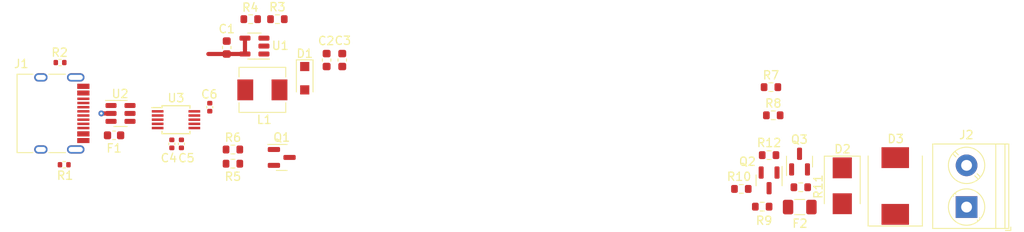
<source format=kicad_pcb>
(kicad_pcb (version 20211014) (generator pcbnew)
  (layers (0 "F.Cu" signal) (31 "B.Cu" power) (34 "B.Paste" user) (35 "F.Paste" user) (36 "B.SilkS" user "B.Silkscreen") (37 "F.SilkS" user "F.Silkscreen") (38 "B.Mask" user) (39 "F.Mask" user) (44 "Edge.Cuts" user))
  (net 0 "")
  (net 1 "GND")
  (net 2 "/CH340_V3")
  (net 3 "+34V")
  (net 4 "/USB_D+")
  (net 5 "/USB_D-")
  (net 6 "/-")
  (net 7 "/+")
  (net 8 "VBUS")
  (net 9 "/USB_FUSE")
  (net 10 "Net-(Q1-Pad1)")
  (net 11 "Net-(Q1-Pad3)")
  (net 12 "Net-(Q2-Pad1)")
  (net 13 "Net-(Q2-Pad3)")
  (net 14 "Net-(D1-Pad2)")
  (net 15 "/USB_CONN_D+")
  (net 16 "/USB_CONN_D-")
  (net 18 "/USB_CC2")
  (net 21 "Net-(R3-Pad2)")
  (net 22 "/UART_TX")
  (net 23 "/UART_RX")
  (net 27 "/USB_CC1")
  (footprint "Package_TO_SOT_SMD:SOT-23" (layer "F.Cu") (at 136.4 82.275 90)
    (fp_text reference "Q3" (at 2.65 -0.025 180) (layer "F.SilkS"))
    (fp_text value "BC807")
    (fp_line (start 0 1.56) (end 0.65 1.56) (layer "F.SilkS") (width 0.12))
    (fp_line (start 0 -1.56) (end 0.65 -1.56) (layer "F.SilkS") (width 0.12))
    (fp_line (start 0 1.56) (end -0.65 1.56) (layer "F.SilkS") (width 0.12))
    (fp_line (start 0 -1.56) (end -1.675 -1.56) (layer "F.SilkS") (width 0.12))
    (pad "1" smd roundrect (at -0.9375 -0.95 90) (size 1.475 0.6) (layers "F.Cu" "F.Paste" "F.Mask") (net 11 "Net-(Q1-Pad3)"))
    (pad "2" smd roundrect (at -0.9375 0.95 90) (size 1.475 0.6) (layers "F.Cu" "F.Paste" "F.Mask") (net 6 "/-"))
    (pad "3" smd roundrect (at 0.9375 0 90) (size 1.475 0.6) (layers "F.Cu" "F.Paste" "F.Mask") (net 12 "Net-(Q2-Pad1)"))
  )
  (footprint "Package_TO_SOT_SMD:SOT-23-5" (layer "F.Cu") (at 71.05625 68.425 180)
    (fp_text reference "U1" (at -3.09375 0.05 180) (layer "F.SilkS"))
    (fp_text value "AP3015")
    (fp_line (start 0 -1.56) (end 0.8 -1.56) (layer "F.SilkS") (width 0.12))
    (fp_line (start 0 -1.56) (end -1.8 -1.56) (layer "F.SilkS") (width 0.12))
    (fp_line (start 0 1.56) (end 0.8 1.56) (layer "F.SilkS") (width 0.12))
    (fp_line (start 0 1.56) (end -0.8 1.56) (layer "F.SilkS") (width 0.12))
    (pad "1" smd roundrect (at -1.1375 -0.95 180) (size 1.325 0.6) (layers "F.Cu" "F.Paste" "F.Mask") (net 14 "Net-(D1-Pad2)"))
    (pad "2" smd roundrect (at -1.1375 0 180) (size 1.325 0.6) (layers "F.Cu" "F.Paste" "F.Mask") (net 1 "GND"))
    (pad "3" smd roundrect (at -1.1375 0.95 180) (size 1.325 0.6) (layers "F.Cu" "F.Paste" "F.Mask") (net 21 "Net-(R3-Pad2)"))
    (pad "4" smd roundrect (at 1.1375 0.95 180) (size 1.325 0.6) (layers "F.Cu" "F.Paste" "F.Mask") (net 8 "VBUS"))
    (pad "5" smd roundrect (at 1.1375 -0.95 180) (size 1.325 0.6) (layers "F.Cu" "F.Paste" "F.Mask") (net 8 "VBUS"))
  )
  (footprint "Capacitor_SMD:C_0402_1005Metric" (layer "F.Cu") (at 65.7 75.75 90)
    (fp_text reference "C6" (at 1.55 -0.05) (layer "F.SilkS"))
    (fp_text value "0.1u")
    (fp_line (start -0.107836 0.36) (end 0.107836 0.36) (layer "F.SilkS") (width 0.12))
    (fp_line (start -0.107836 -0.36) (end 0.107836 -0.36) (layer "F.SilkS") (width 0.12))
    (pad "1" smd roundrect (at -0.48 0 90) (size 0.56 0.62) (layers "F.Cu" "F.Paste" "F.Mask") (net 2 "/CH340_V3"))
    (pad "2" smd roundrect (at 0.48 0 90) (size 0.56 0.62) (layers "F.Cu" "F.Paste" "F.Mask") (net 1 "GND"))
  )
  (footprint "Package_TO_SOT_SMD:SOT-23-6" (layer "F.Cu") (at 55 76.5)
    (fp_text reference "U2" (at -0.05 -2.35) (layer "F.SilkS"))
    (fp_text value "USBLC6-2SC6")
    (fp_line (start 0 -1.56) (end 0.8 -1.56) (layer "F.SilkS") (width 0.12))
    (fp_line (start 0 -1.56) (end -1.8 -1.56) (layer "F.SilkS") (width 0.12))
    (fp_line (start 0 1.56) (end -0.8 1.56) (layer "F.SilkS") (width 0.12))
    (fp_line (start 0 1.56) (end 0.8 1.56) (layer "F.SilkS") (width 0.12))
    (pad "1" smd roundrect (at -1.1375 -0.95) (size 1.325 0.6) (layers "F.Cu" "F.Paste" "F.Mask") (net 15 "/USB_CONN_D+"))
    (pad "2" smd roundrect (at -1.1375 0) (size 1.325 0.6) (layers "F.Cu" "F.Paste" "F.Mask") (net 1 "GND"))
    (pad "3" smd roundrect (at -1.1375 0.95) (size 1.325 0.6) (layers "F.Cu" "F.Paste" "F.Mask") (net 16 "/USB_CONN_D-"))
    (pad "4" smd roundrect (at 1.1375 0.95) (size 1.325 0.6) (layers "F.Cu" "F.Paste" "F.Mask") (net 5 "/USB_D-"))
    (pad "5" smd roundrect (at 1.1375 0) (size 1.325 0.6) (layers "F.Cu" "F.Paste" "F.Mask") (net 8 "VBUS"))
    (pad "6" smd roundrect (at 1.1375 -0.95) (size 1.325 0.6) (layers "F.Cu" "F.Paste" "F.Mask") (net 4 "/USB_D+"))
  )
  (footprint "Resistor_SMD:R_0603_1608Metric" (layer "F.Cu") (at 132.75 81.5 180)
    (fp_text reference "R12" (at 0 1.475) (layer "F.SilkS"))
    (fp_text value "82")
    (fp_line (start -0.237258 0.5225) (end 0.237258 0.5225) (layer "F.SilkS") (width 0.12))
    (fp_line (start -0.237258 -0.5225) (end 0.237258 -0.5225) (layer "F.SilkS") (width 0.12))
    (pad "1" smd roundrect (at -0.825 0 180) (size 0.8 0.95) (layers "F.Cu" "F.Paste" "F.Mask") (net 12 "Net-(Q2-Pad1)"))
    (pad "2" smd roundrect (at 0.825 0 180) (size 0.8 0.95) (layers "F.Cu" "F.Paste" "F.Mask") (net 1 "GND"))
  )
  (footprint "Resistor_SMD:R_0603_1608Metric" (layer "F.Cu") (at 133.25 76.725)
    (fp_text reference "R8" (at 0 -1.43) (layer "F.SilkS"))
    (fp_text value "22k")
    (fp_line (start -0.237258 -0.5225) (end 0.237258 -0.5225) (layer "F.SilkS") (width 0.12))
    (fp_line (start -0.237258 0.5225) (end 0.237258 0.5225) (layer "F.SilkS") (width 0.12))
    (pad "1" smd roundrect (at -0.825 0) (size 0.8 0.95) (layers "F.Cu" "F.Paste" "F.Mask") (net 11 "Net-(Q1-Pad3)"))
    (pad "2" smd roundrect (at 0.825 0) (size 0.8 0.95) (layers "F.Cu" "F.Paste" "F.Mask") (net 1 "GND"))
  )
  (footprint "Resistor_SMD:R_0402_1005Metric" (layer "F.Cu") (at 48.25 82.65 180)
    (fp_text reference "R1" (at -0.1 -1.3) (layer "F.SilkS"))
    (fp_text value "5k1")
    (fp_line (start -0.153641 0.38) (end 0.153641 0.38) (layer "F.SilkS") (width 0.12))
    (fp_line (start -0.153641 -0.38) (end 0.153641 -0.38) (layer "F.SilkS") (width 0.12))
    (pad "1" smd roundrect (at -0.51 0 180) (size 0.54 0.64) (layers "F.Cu" "F.Paste" "F.Mask") (net 1 "GND"))
    (pad "2" smd roundrect (at 0.51 0 180) (size 0.54 0.64) (layers "F.Cu" "F.Paste" "F.Mask") (net 18 "/USB_CC2"))
  )
  (footprint "Inductor_SMD:L_Sunlord_MWSA0518_5.4x5.2mm" (layer "F.Cu") (at 72.00625 73.675)
    (fp_text reference "L1" (at 0.225 3.575 180) (layer "F.SilkS"))
    (fp_text value "10uH")
    (fp_line (start 2.8 -2.7) (end 2.8 -1.55) (layer "F.SilkS") (width 0.12))
    (fp_line (start -2.8 2.7) (end -2.8 1.55) (layer "F.SilkS") (width 0.12))
    (fp_line (start 2.8 2.7) (end 2.8 1.55) (layer "F.SilkS") (width 0.12))
    (fp_line (start -2.8 -2.7) (end 2.8 -2.7) (layer "F.SilkS") (width 0.12))
    (fp_line (start -2.8 -2.7) (end -2.8 -1.55) (layer "F.SilkS") (width 0.12))
    (fp_line (start -2.8 2.7) (end 2.8 2.7) (layer "F.SilkS") (width 0.12))
    (pad "1" smd rect (at -2.05 0) (size 1.9 2.5) (layers "F.Cu" "F.Paste" "F.Mask") (net 8 "VBUS"))
    (pad "2" smd rect (at 2.05 0) (size 1.9 2.5) (layers "F.Cu" "F.Paste" "F.Mask") (net 14 "Net-(D1-Pad2)"))
  )
  (footprint "Resistor_SMD:R_0603_1608Metric" (layer "F.Cu") (at 129.425 85.55 180)
    (fp_text reference "R10" (at 0.275 1.475) (layer "F.SilkS"))
    (fp_text value "4k7")
    (fp_line (start -0.237258 0.5225) (end 0.237258 0.5225) (layer "F.SilkS") (width 0.12))
    (fp_line (start -0.237258 -0.5225) (end 0.237258 -0.5225) (layer "F.SilkS") (width 0.12))
    (pad "1" smd roundrect (at -0.825 0 180) (size 0.8 0.95) (layers "F.Cu" "F.Paste" "F.Mask") (net 13 "Net-(Q2-Pad3)"))
    (pad "2" smd roundrect (at 0.825 0 180) (size 0.8 0.95) (layers "F.Cu" "F.Paste" "F.Mask") (net 1 "GND"))
  )
  (footprint "Fuse:Fuse_1206_3216Metric" (layer "F.Cu") (at 136.425 87.725)
    (fp_text reference "F2" (at 0.025 1.975) (layer "F.SilkS"))
    (fp_text value "nSMD010")
    (fp_line (start -0.602064 0.91) (end 0.602064 0.91) (layer "F.SilkS") (width 0.12))
    (fp_line (start -0.602064 -0.91) (end 0.602064 -0.91) (layer "F.SilkS") (width 0.12))
    (pad "1" smd roundrect (at -1.4 0) (size 1.25 1.75) (layers "F.Cu" "F.Paste" "F.Mask") (roundrect_rratio 0.2) (net 3 "+34V"))
    (pad "2" smd roundrect (at 1.4 0) (size 1.25 1.75) (layers "F.Cu" "F.Paste" "F.Mask") (roundrect_rratio 0.2) (net 7 "/+"))
  )
  (footprint "Capacitor_SMD:C_0402_1005Metric" (layer "F.Cu") (at 61.15 80.15 -90)
    (fp_text reference "C4" (at 1.7 0.35) (layer "F.SilkS"))
    (fp_text value "10u")
    (fp_line (start -0.107836 0.36) (end 0.107836 0.36) (layer "F.SilkS") (width 0.12))
    (fp_line (start -0.107836 -0.36) (end 0.107836 -0.36) (layer "F.SilkS") (width 0.12))
    (pad "1" smd roundrect (at -0.48 0 270) (size 0.56 0.62) (layers "F.Cu" "F.Paste" "F.Mask") (net 8 "VBUS"))
    (pad "2" smd roundrect (at 0.48 0 270) (size 0.56 0.62) (layers "F.Cu" "F.Paste" "F.Mask") (net 1 "GND"))
  )
  (footprint "Fuse:Fuse_0603_1608Metric" (layer "F.Cu") (at 54.225 79.125)
    (fp_text reference "F1" (at 0 1.55) (layer "F.SilkS"))
    (fp_text value "SMD0603-020")
    (fp_line (start -0.162779 -0.51) (end 0.162779 -0.51) (layer "F.SilkS") (width 0.12))
    (fp_line (start -0.162779 0.51) (end 0.162779 0.51) (layer "F.SilkS") (width 0.12))
    (pad "1" smd roundrect (at -0.7875 0) (size 0.875 0.95) (layers "F.Cu" "F.Paste" "F.Mask") (net 9 "/USB_FUSE"))
    (pad "2" smd roundrect (at 0.7875 0) (size 0.875 0.95) (layers "F.Cu" "F.Paste" "F.Mask") (net 8 "VBUS"))
  )
  (footprint "Capacitor_SMD:C_0603_1608Metric" (layer "F.Cu") (at 79.70625 70.1 90)
    (fp_text reference "C2" (at 2.3 -0.05 180) (layer "F.SilkS"))
    (fp_text value "10u")
    (fp_line (start -0.14058 0.51) (end 0.14058 0.51) (layer "F.SilkS") (width 0.12))
    (fp_line (start -0.14058 -0.51) (end 0.14058 -0.51) (layer "F.SilkS") (width 0.12))
    (pad "1" smd roundrect (at -0.775 0 90) (size 0.9 0.95) (layers "F.Cu" "F.Paste" "F.Mask") (net 3 "+34V"))
    (pad "2" smd roundrect (at 0.775 0 90) (size 0.9 0.95) (layers "F.Cu" "F.Paste" "F.Mask") (net 1 "GND"))
  )
  (footprint "Diode_SMD:D_SOD-123F" (layer "F.Cu") (at 77.08125 72.275 -90)
    (fp_text reference "D1" (at -2.95 0 180) (layer "F.SilkS"))
    (fp_text value "SS14")
    (fp_line (start -2.2 -1) (end -2.2 1) (layer "F.SilkS") (width 0.12))
    (fp_line (start -2.2 1) (end 1.65 1) (layer "F.SilkS") (width 0.12))
    (fp_line (start -2.2 -1) (end 1.65 -1) (layer "F.SilkS") (width 0.12))
    (pad "1" smd rect (at -1.4 0 270) (size 1.1 1.1) (layers "F.Cu" "F.Paste" "F.Mask") (net 3 "+34V"))
    (pad "2" smd rect (at 1.4 0 270) (size 1.1 1.1) (layers "F.Cu" "F.Paste" "F.Mask") (net 14 "Net-(D1-Pad2)"))
  )
  (footprint "Resistor_SMD:R_0603_1608Metric" (layer "F.Cu") (at 68.475 80.825)
    (fp_text reference "R6" (at 0 -1.43) (layer "F.SilkS"))
    (fp_text value "2k")
    (fp_line (start -0.237258 0.5225) (end 0.237258 0.5225) (layer "F.SilkS") (width 0.12))
    (fp_line (start -0.237258 -0.5225) (end 0.237258 -0.5225) (layer "F.SilkS") (width 0.12))
    (pad "1" smd roundrect (at -0.825 0) (size 0.8 0.95) (layers "F.Cu" "F.Paste" "F.Mask") (net 23 "/UART_RX"))
    (pad "2" smd roundrect (at 0.825 0) (size 0.8 0.95) (layers "F.Cu" "F.Paste" "F.Mask") (net 10 "Net-(Q1-Pad1)"))
  )
  (footprint "Diode_SMD:D_SMB" (layer "F.Cu") (at 141.525 85.175 -90)
    (fp_text reference "D2" (at -4.4 -0.025 180) (layer "F.SilkS"))
    (fp_text value "SMBJ36CA")
    (fp_line (start -3.55 2.15) (end 2.15 2.15) (layer "F.SilkS") (width 0.12))
    (fp_line (start -3.55 -2.15) (end 2.15 -2.15) (layer "F.SilkS") (width 0.12))
    (fp_line (start -3.55 -2.15) (end -3.55 2.15) (layer "F.SilkS") (width 0.12))
    (pad "1" smd rect (at -2.15 0 270) (size 2.5 2.3) (layers "F.Cu" "F.Paste" "F.Mask") (net 6 "/-"))
    (pad "2" smd rect (at 2.15 0 270) (size 2.5 2.3) (layers "F.Cu" "F.Paste" "F.Mask") (net 7 "/+"))
  )
  (footprint "Resistor_SMD:R_0603_1608Metric" (layer "F.Cu") (at 70.60625 65.2 180)
    (fp_text reference "R4" (at 0.05 1.4) (layer "F.SilkS"))
    (fp_text value "68k")
    (fp_line (start -0.237258 -0.5225) (end 0.237258 -0.5225) (layer "F.SilkS") (width 0.12))
    (fp_line (start -0.237258 0.5225) (end 0.237258 0.5225) (layer "F.SilkS") (width 0.12))
    (pad "1" smd roundrect (at -0.825 0 180) (size 0.8 0.95) (layers "F.Cu" "F.Paste" "F.Mask") (net 21 "Net-(R3-Pad2)"))
    (pad "2" smd roundrect (at 0.825 0 180) (size 0.8 0.95) (layers "F.Cu" "F.Paste" "F.Mask") (net 1 "GND"))
  )
  (footprint "Capacitor_SMD:C_0603_1608Metric" (layer "F.Cu") (at 81.58125 70.1 90)
    (fp_text reference "C3" (at 2.325 0.075 180) (layer "F.SilkS"))
    (fp_text value "1u")
    (fp_line (start -0.14058 0.51) (end 0.14058 0.51) (layer "F.SilkS") (width 0.12))
    (fp_line (start -0.14058 -0.51) (end 0.14058 -0.51) (layer "F.SilkS") (width 0.12))
    (pad "1" smd roundrect (at -0.775 0 90) (size 0.9 0.95) (layers "F.Cu" "F.Paste" "F.Mask") (net 3 "+34V"))
    (pad "2" smd roundrect (at 0.775 0 90) (size 0.9 0.95) (layers "F.Cu" "F.Paste" "F.Mask") (net 1 "GND"))
  )
  (footprint "Resistor_SMD:R_0603_1608Metric" (layer "F.Cu") (at 136.55 85.35)
    (fp_text reference "R11" (at 2.1 -0.075 90) (layer "F.SilkS"))
    (fp_text value "220k")
    (fp_line (start -0.237258 -0.5225) (end 0.237258 -0.5225) (layer "F.SilkS") (width 0.12))
    (fp_line (start -0.237258 0.5225) (end 0.237258 0.5225) (layer "F.SilkS") (width 0.12))
    (pad "1" smd roundrect (at -0.825 0) (size 0.8 0.95) (layers "F.Cu" "F.Paste" "F.Mask") (net 3 "+34V"))
    (pad "2" smd roundrect (at 0.825 0) (size 0.8 0.95) (layers "F.Cu" "F.Paste" "F.Mask") (net 6 "/-"))
  )
  (footprint "TerminalBlock_Phoenix:TerminalBlock_Phoenix_PT-1,5-2-5.0-H_1x02_P5.00mm_Horizontal" (layer "F.Cu") (at 156.425 87.725 90)
    (fp_text reference "J2" (at 8.65 -0.025 180) (layer "F.SilkS"))
    (fp_text value "MBUS")
    (fp_line (start 6.654 -1.388) (end 6.259 -0.992) (layer "F.SilkS") (width 0.12))
    (fp_line (start 3.993 1.274) (end 3.613 1.654) (layer "F.SilkS") (width 0.12))
    (fp_line (start -2.56 4.6) (end 7.56 4.6) (layer "F.SilkS") (width 0.12))
    (fp_line (start -2.56 3.5) (end 7.56 3.5) (layer "F.SilkS") (width 0.12))
    (fp_line (start -2.8 4.66) (end -2.8 5.3) (layer "F.SilkS") (width 0.12))
    (fp_line (start -2.56 5.06) (end 7.56 5.06) (layer "F.SilkS") (width 0.12))
    (fp_line (start 3.742 0.992) (end 3.347 1.388) (layer "F.SilkS") (width 0.12))
    (fp_line (start 1.388 -1.654) (end 1.281 -1.547) (layer "F.SilkS") (width 0.12))
    (fp_line (start -1.282 1.547) (end -1.388 1.654) (layer "F.SilkS") (width 0.12))
    (fp_line (start 7.56 -4.06) (end 7.56 5.06) (layer "F.SilkS") (width 0.12))
    (fp_line (start 1.654 -1.388) (end 1.547 -1.281) (layer "F.SilkS") (width 0.12))
    (fp_line (start -2.56 -4.06) (end -2.56 5.06) (layer "F.SilkS") (width 0.12))
    (fp_line (start -2.8 5.3) (end -2.4 5.3) (layer "F.SilkS") (width 0.12))
    (fp_line (start -2.56 -4.06) (end 7.56 -4.06) (layer "F.SilkS") (width 0.12))
    (fp_line (start -1.548 1.281) (end -1.654 1.388) (layer "F.SilkS") (width 0.12))
    (fp_line (start 6.388 -1.654) (end 6.008 -1.274) (layer "F.SilkS") (width 0.12))
    (fp_circle (center 5 0) (end 7.18 0) (layer "F.SilkS") (width 0.12) (fill none))
    (fp_circle (center 0 0) (end 2.18 0) (layer "F.SilkS") (width 0.12) (fill none))
    (pad "1" thru_hole rect (at 0 0 90) (size 2.6 2.6) (drill 1.3) (layers *.Cu *.Mask) (net 7 "/+"))
    (pad "2" thru_hole circle (at 5 0 90) (size 2.6 2.6) (drill 1.3) (layers *.Cu *.Mask) (net 6 "/-"))
  )
  (footprint "Package_TO_SOT_SMD:SOT-23" (layer "F.Cu") (at 74.325 81.775)
    (fp_text reference "Q1" (at 0 -2.4) (layer "F.SilkS"))
    (fp_text value "BC817")
    (fp_line (start 0 1.56) (end -0.65 1.56) (layer "F.SilkS") (width 0.12))
    (fp_line (start 0 -1.56) (end 0.65 -1.56) (layer "F.SilkS") (width 0.12))
    (fp_line (start 0 1.56) (end 0.65 1.56) (layer "F.SilkS") (width 0.12))
    (fp_line (start 0 -1.56) (end -1.675 -1.56) (layer "F.SilkS") (width 0.12))
    (pad "1" smd roundrect (at -0.9375 -0.95) (size 1.475 0.6) (layers "F.Cu" "F.Paste" "F.Mask") (net 10 "Net-(Q1-Pad1)"))
    (pad "2" smd roundrect (at -0.9375 0.95) (size 1.475 0.6) (layers "F.Cu" "F.Paste" "F.Mask") (net 1 "GND"))
    (pad "3" smd roundrect (at 0.9375 0) (size 1.475 0.6) (layers "F.Cu" "F.Paste" "F.Mask") (net 11 "Net-(Q1-Pad3)"))
  )
  (footprint "Resistor_SMD:R_0603_1608Metric" (layer "F.Cu") (at 132.975 73.35)
    (fp_text reference "R7" (at 0 -1.43) (layer "F.SilkS"))
    (fp_text value "39k")
    (fp_line (start -0.237258 -0.5225) (end 0.237258 -0.5225) (layer "F.SilkS") (width 0.12))
    (fp_line (start -0.237258 0.5225) (end 0.237258 0.5225) (layer "F.SilkS") (width 0.12))
    (pad "1" smd roundrect (at -0.825 0) (size 0.8 0.95) (layers "F.Cu" "F.Paste" "F.Mask") (net 3 "+34V"))
    (pad "2" smd roundrect (at 0.825 0) (size 0.8 0.95) (layers "F.Cu" "F.Paste" "F.Mask") (net 11 "Net-(Q1-Pad3)"))
  )
  (footprint "Capacitor_SMD:C_0402_1005Metric" (layer "F.Cu") (at 62.3 80.15 -90)
    (fp_text reference "C5" (at 1.7 -0.6) (layer "F.SilkS"))
    (fp_text value "0.1u")
    (fp_line (start -0.107836 -0.36) (end 0.107836 -0.36) (layer "F.SilkS") (width 0.12))
    (fp_line (start -0.107836 0.36) (end 0.107836 0.36) (layer "F.SilkS") (width 0.12))
    (pad "1" smd roundrect (at -0.48 0 270) (size 0.56 0.62) (layers "F.Cu" "F.Paste" "F.Mask") (net 8 "VBUS"))
    (pad "2" smd roundrect (at 0.48 0 270) (size 0.56 0.62) (layers "F.Cu" "F.Paste" "F.Mask") (net 1 "GND"))
  )
  (footprint "Package_SO:MSOP-10_3x3mm_P0.5mm" (layer "F.Cu") (at 61.65 77.25)
    (fp_text reference "U3" (at 0 -2.6) (layer "F.SilkS"))
    (fp_text value "CH340E")
    (fp_line (start 1.675 -1.675) (end 1.675 -1.375) (layer "F.SilkS") (width 0.15))
    (fp_line (start -1.675 -1.675) (end 1.675 -1.675) (layer "F.SilkS") (width 0.15))
    (fp_line (start -1.675 1.675) (end 1.675 1.675) (layer "F.SilkS") (width 0.15))
    (fp_line (start -1.675 -1.675) (end -1.675 -1.45) (layer "F.SilkS") (width 0.15))
    (fp_line (start 1.675 1.675) (end 1.675 1.375) (layer "F.SilkS") (width 0.15))
    (fp_line (start -1.675 -1.45) (end -2.9 -1.45) (layer "F.SilkS") (width 0.15))
    (fp_line (start -1.675 1.675) (end -1.675 1.375) (layer "F.SilkS") (width 0.15))
    (pad "1" smd rect (at -2.2 -1) (size 1.4 0.3) (layers "F.Cu" "F.Paste" "F.Mask") (net 4 "/USB_D+"))
    (pad "2" smd rect (at -2.2 -0.5) (size 1.4 0.3) (layers "F.Cu" "F.Paste" "F.Mask") (net 5 "/USB_D-"))
    (pad "3" smd rect (at -2.2 0) (size 1.4 0.3) (layers "F.Cu" "F.Paste" "F.Mask") (net 1 "GND"))
    (pad "4" smd rect (at -2.2 0.5) (size 1.4 0.3) (layers "F.Cu" "F.Paste" "F.Mask"))
    (pad "5" smd rect (at -2.2 1) (size 1.4 0.3) (layers "F.Cu" "F.Paste" "F.Mask"))
    (pad "6" smd rect (at 2.2 1) (size 1.4 0.3) (layers "F.Cu" "F.Paste" "F.Mask"))
    (pad "7" smd rect (at 2.2 0.5) (size 1.4 0.3) (layers "F.Cu" "F.Paste" "F.Mask") (net 8 "VBUS"))
    (pad "8" smd rect (at 2.2 0) (size 1.4 0.3) (layers "F.Cu" "F.Paste" "F.Mask") (net 22 "/UART_TX"))
    (pad "9" smd rect (at 2.2 -0.5) (size 1.4 0.3) (layers "F.Cu" "F.Paste" "F.Mask") (net 23 "/UART_RX"))
    (pad "10" smd rect (at 2.2 -1) (size 1.4 0.3) (layers "F.Cu" "F.Paste" "F.Mask") (net 2 "/CH340_V3"))
  )
  (footprint "Diode_SMD:D_SMC" (layer "F.Cu") (at 147.875 85.2 90)
    (fp_text reference "D3" (at 5.65 0.05 180) (layer "F.SilkS"))
    (fp_text value "5.0SMDJ36A")
    (fp_line (start -4.8 -3.25) (end 3.6 -3.25) (layer "F.SilkS") (width 0.12))
    (fp_line (start -4.8 3.25) (end -4.8 -3.25) (layer "F.SilkS") (width 0.12))
    (fp_line (start -4.8 3.25) (end 3.6 3.25) (layer "F.SilkS") (width 0.12))
    (pad "1" smd rect (at -3.4 0 180) (size 3.3 2.5) (layers "F.Cu" "F.Paste" "F.Mask") (net 7 "/+"))
    (pad "2" smd rect (at 3.4 0 180) (size 3.3 2.5) (layers "F.Cu" "F.Paste" "F.Mask") (net 6 "/-"))
  )
  (footprint "Resistor_SMD:R_0603_1608Metric" (layer "F.Cu") (at 73.80625 65.2 180)
    (fp_text reference "R3" (at 0 1.45) (layer "F.SilkS"))
    (fp_text value "1.8M")
    (fp_line (start -0.237258 0.5225) (end 0.237258 0.5225) (layer "F.SilkS") (width 0.12))
    (fp_line (start -0.237258 -0.5225) (end 0.237258 -0.5225) (layer "F.SilkS") (width 0.12))
    (pad "1" smd roundrect (at -0.825 0 180) (size 0.8 0.95) (layers "F.Cu" "F.Paste" "F.Mask") (net 3 "+34V"))
    (pad "2" smd roundrect (at 0.825 0 180) (size 0.8 0.95) (layers "F.Cu" "F.Paste" "F.Mask") (net 21 "Net-(R3-Pad2)"))
  )
  (footprint "Resistor_SMD:R_0603_1608Metric" (layer "F.Cu") (at 131.925 87.675)
    (fp_text reference "R9" (at 0.225 1.675) (layer "F.SilkS"))
    (fp_text value "33k")
    (fp_line (start -0.237258 -0.5225) (end 0.237258 -0.5225) (layer "F.SilkS") (width 0.12))
    (fp_line (start -0.237258 0.5225) (end 0.237258 0.5225) (layer "F.SilkS") (width 0.12))
    (pad "1" smd roundrect (at -0.825 0) (size 0.8 0.95) (layers "F.Cu" "F.Paste" "F.Mask") (net 3 "+34V"))
    (pad "2" smd roundrect (at 0.825 0) (size 0.8 0.95) (layers "F.Cu" "F.Paste" "F.Mask") (net 13 "Net-(Q2-Pad3)"))
  )
  (footprint "Resistor_SMD:R_0603_1608Metric" (layer "F.Cu") (at 68.475 82.525)
    (fp_text reference "R5" (at 0 1.55) (layer "F.SilkS"))
    (fp_text value "1k")
    (fp_line (start -0.237258 0.5225) (end 0.237258 0.5225) (layer "F.SilkS") (width 0.12))
    (fp_line (start -0.237258 -0.5225) (end 0.237258 -0.5225) (layer "F.SilkS") (width 0.12))
    (pad "1" smd roundrect (at -0.825 0) (size 0.8 0.95) (layers "F.Cu" "F.Paste" "F.Mask") (net 22 "/UART_TX"))
    (pad "2" smd roundrect (at 0.825 0) (size 0.8 0.95) (layers "F.Cu" "F.Paste" "F.Mask") (net 13 "Net-(Q2-Pad3)"))
  )
  (footprint "Package_TO_SOT_SMD:SOT-23" (layer "F.Cu") (at 132.75 84.525 -90)
    (fp_text reference "Q2" (at -2.25 2.6 180) (layer "F.SilkS"))
    (fp_text value "BC817")
    (fp_line (start 0 1.56) (end -0.65 1.56) (layer "F.SilkS") (width 0.12))
    (fp_line (start 0 -1.56) (end 0.65 -1.56) (layer "F.SilkS") (width 0.12))
    (fp_line (start 0 -1.56) (end -1.675 -1.56) (layer "F.SilkS") (width 0.12))
    (fp_line (start 0 1.56) (end 0.65 1.56) (layer "F.SilkS") (width 0.12))
    (pad "1" smd roundrect (at -0.9375 -0.95 270) (size 1.475 0.6) (layers "F.Cu" "F.Paste" "F.Mask") (net 12 "Net-(Q2-Pad1)"))
    (pad "2" smd roundrect (at -0.9375 0.95 270) (size 1.475 0.6) (layers "F.Cu" "F.Paste" "F.Mask") (net 1 "GND"))
    (pad "3" smd roundrect (at 0.9375 0 270) (size 1.475 0.6) (layers "F.Cu" "F.Paste" "F.Mask") (net 13 "Net-(Q2-Pad3)"))
  )
  (footprint "Resistor_SMD:R_0402_1005Metric" (layer "F.Cu") (at 47.75 70.4 180)
    (fp_text reference "R2" (at 0.05 1.2) (layer "F.SilkS"))
    (fp_text value "5k1")
    (fp_line (start -0.153641 -0.38) (end 0.153641 -0.38) (layer "F.SilkS") (width 0.12))
    (fp_line (start -0.153641 0.38) (end 0.153641 0.38) (layer "F.SilkS") (width 0.12))
    (pad "1" smd roundrect (at -0.51 0 180) (size 0.54 0.64) (layers "F.Cu" "F.Paste" "F.Mask") (net 1 "GND"))
    (pad "2" smd roundrect (at 0.51 0 180) (size 0.54 0.64) (layers "F.Cu" "F.Paste" "F.Mask") (net 27 "/USB_CC1"))
  )
  (footprint "Capacitor_SMD:C_0603_1608Metric" (layer "F.Cu") (at 67.73125 68.6 90)
    (fp_text reference "C1" (at 2.225 0 180) (layer "F.SilkS"))
    (fp_text value "4.7u")
    (fp_line (start -0.14058 0.51) (end 0.14058 0.51) (layer "F.SilkS") (width 0.12))
    (fp_line (start -0.14058 -0.51) (end 0.14058 -0.51) (layer "F.SilkS") (width 0.12))
    (pad "1" smd roundrect (at -0.775 0 90) (size 0.9 0.95) (layers "F.Cu" "F.Paste" "F.Mask") (net 8 "VBUS"))
    (pad "2" smd roundrect (at 0.775 0 90) (size 0.9 0.95) (layers "F.Cu" "F.Paste" "F.Mask") (net 1 "GND"))
  )
  (footprint "Connector_USB:USB_C_Receptacle_HRO_TYPE-C-31-M-12" (layer "F.Cu") (at 46.5 76.5 -90)
    (fp_text reference "J1" (at -5.95 3.4) (layer "F.SilkS"))
    (fp_text value "USB_C_Receptacle_USB2.0")
    (fp_line (start -4.7 -1.9) (end -4.7 0.1) (layer "F.SilkS") (width 0.12))
    (fp_line (start 4.7 -1.9) (end 4.7 0.1) (layer "F.SilkS") (width 0.12))
    (fp_line (start 4.7 2) (end 4.7 3.9) (layer "F.SilkS") (width 0.12))
    (fp_line (start -4.7 2) (end -4.7 3.9) (layer "F.SilkS") (width 0.12))
    (fp_line (start -4.7 3.9) (end 4.7 3.9) (layer "F.SilkS") (width 0.12))
    (pad "" np_thru_hole circle (at 2.89 -2.6 270) (size 0.65 0.65) (drill 0.65) (layers *.Cu *.Mask))
    (pad "" np_thru_hole circle (at -2.89 -2.6 270) (size 0.65 0.65) (drill 0.65) (layers *.Cu *.Mask))
    (pad "A1" smd rect (at -3.25 -4.045 270) (size 0.6 1.45) (layers "F.Cu" "F.Paste" "F.Mask") (net 1 "GND"))
    (pad "A4" smd rect (at -2.45 -4.045 270) (size 0.6 1.45) (layers "F.Cu" "F.Paste" "F.Mask") (net 9 "/USB_FUSE"))
    (pad "A5" smd rect (at -1.25 -4.045 270) (size 0.3 1.45) (layers "F.Cu" "F.Paste" "F.Mask") (net 27 "/USB_CC1"))
    (pad "A6" smd rect (at -0.25 -4.045 270) (size 0.3 1.45) (layers "F.Cu" "F.Paste" "F.Mask") (net 15 "/USB_CONN_D+"))
    (pad "A7" smd rect (at 0.25 -4.045 270) (size 0.3 1.45) (layers "F.Cu" "F.Paste" "F.Mask") (net 16 "/USB_CONN_D-"))
    (pad "A8" smd rect (at 1.25 -4.045 270) (size 0.3 1.45) (layers "F.Cu" "F.Paste" "F.Mask"))
    (pad "A9" smd rect (at 2.45 -4.045 270) (size 0.6 1.45) (layers "F.Cu" "F.Paste" "F.Mask") (net 9 "/USB_FUSE"))
    (pad "A12" smd rect (at 3.25 -4.045 270) (size 0.6 1.45) (layers "F.Cu" "F.Paste" "F.Mask") (net 1 "GND"))
    (pad "B1" smd rect (at 3.25 -4.045 270) (size 0.6 1.45) (layers "F.Cu" "F.Paste" "F.Mask") (net 1 "GND"))
    (pad "B4" smd rect (at 2.45 -4.045 270) (size 0.6 1.45) (layers "F.Cu" "F.Paste" "F.Mask") (net 9 "/USB_FUSE"))
    (pad "B5" smd rect (at 1.75 -4.045 270) (size 0.3 1.45) (layers "F.Cu" "F.Paste" "F.Mask") (net 18 "/USB_CC2"))
    (pad "B6" smd rect (at 0.75 -4.045 270) (size 0.3 1.45) (layers "F.Cu" "F.Paste" "F.Mask") (net 15 "/USB_CONN_D+"))
    (pad "B7" smd rect (at -0.75 -4.045 270) (size 0.3 1.45) (layers "F.Cu" "F.Paste" "F.Mask") (net 16 "/USB_CONN_D-"))
    (pad "B8" smd rect (at -1.75 -4.045 270) (size 0.3 1.45) (layers "F.Cu" "F.Paste" "F.Mask"))
    (pad "B9" smd rect (at -2.45 -4.045 270) (size 0.6 1.45) (layers "F.Cu" "F.Paste" "F.Mask") (net 9 "/USB_FUSE"))
    (pad "B12" smd rect (at -3.25 -4.045 270) (size 0.6 1.45) (layers "F.Cu" "F.Paste" "F.Mask") (net 1 "GND"))
    (pad "S1" thru_hole oval (at -4.32 -3.13 270) (size 1 2.1) (drill oval 0.6 1.7) (layers *.Cu *.Mask))
    (pad "S1" thru_hole oval (at -4.32 1.05 270) (size 1 1.6) (drill oval 0.6 1.2) (layers *.Cu *.Mask))
    (pad "S1" thru_hole oval (at 4.32 1.05 270) (size 1 1.6) (drill oval 0.6 1.2) (layers *.Cu *.Mask))
    (pad "S1" thru_hole oval (at 4.32 -3.13 270) (size 1 2.1) (drill oval 0.6 1.7) (layers *.Cu *.Mask))
  )
  (segment (start 53.8625 76.5) (end 52.9 76.5) (width 0.5) (layer "F.Cu") (net 1))
  (segment (start 52.9 76.5) (end 52.7 76.5) (width 0.5) (layer "F.Cu") (net 1))
  (via (at 52.7 76.5) (size 0.7) (drill 0.3) (layers "F.Cu" "B.Cu") (net 1))
  (segment (start 69.91875 69.375) (end 65.53125 69.375) (width 0.5) (layer "F.Cu") (net 8))
  (segment (start 69.91875 69.375) (end 69.91875 67.475) (width 0.5) (layer "F.Cu") (net 8))
)
</source>
